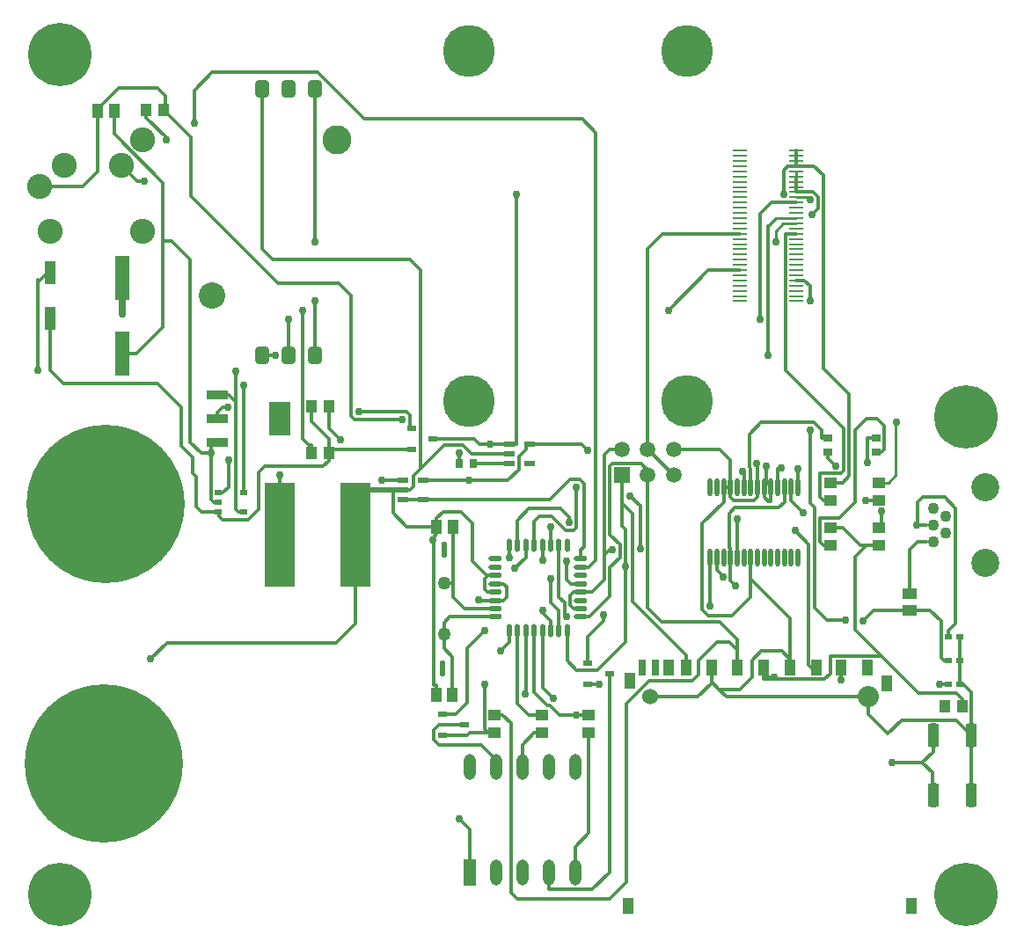
<source format=gtl>
%FSLAX24Y24*%
%MOIN*%
G70*
G01*
G75*
G04 Layer_Physical_Order=1*
G04 Layer_Color=255*
%ADD10R,0.0551X0.1673*%
%ADD11O,0.0551X0.0098*%
%ADD12R,0.0551X0.0098*%
G04:AMPARAMS|DCode=13|XSize=66.9mil|YSize=51.2mil|CornerRadius=12.8mil|HoleSize=0mil|Usage=FLASHONLY|Rotation=90.000|XOffset=0mil|YOffset=0mil|HoleType=Round|Shape=RoundedRectangle|*
%AMROUNDEDRECTD13*
21,1,0.0669,0.0256,0,0,90.0*
21,1,0.0413,0.0512,0,0,90.0*
1,1,0.0256,0.0128,0.0207*
1,1,0.0256,0.0128,-0.0207*
1,1,0.0256,-0.0128,-0.0207*
1,1,0.0256,-0.0128,0.0207*
%
%ADD13ROUNDEDRECTD13*%
%ADD14R,0.0394X0.0492*%
%ADD15R,0.0394X0.0591*%
%ADD16R,0.0276X0.0591*%
%ADD17R,0.0492X0.0394*%
%ADD18R,0.1181X0.3937*%
%ADD19R,0.0335X0.0315*%
%ADD20R,0.0374X0.0236*%
G04:AMPARAMS|DCode=21|XSize=90.6mil|YSize=43.3mil|CornerRadius=10.8mil|HoleSize=0mil|Usage=FLASHONLY|Rotation=270.000|XOffset=0mil|YOffset=0mil|HoleType=Round|Shape=RoundedRectangle|*
%AMROUNDEDRECTD21*
21,1,0.0906,0.0217,0,0,270.0*
21,1,0.0689,0.0433,0,0,270.0*
1,1,0.0217,-0.0108,-0.0344*
1,1,0.0217,-0.0108,0.0344*
1,1,0.0217,0.0108,0.0344*
1,1,0.0217,0.0108,-0.0344*
%
%ADD21ROUNDEDRECTD21*%
%ADD22R,0.0413X0.0551*%
%ADD23R,0.0276X0.0197*%
%ADD24O,0.0512X0.0217*%
%ADD25O,0.0217X0.0512*%
%ADD26R,0.0433X0.0866*%
%ADD27R,0.0315X0.0335*%
%ADD28R,0.0787X0.0354*%
%ADD29R,0.0787X0.1299*%
%ADD30O,0.0177X0.0709*%
%ADD31R,0.0551X0.0413*%
G04:AMPARAMS|DCode=32|XSize=60mil|YSize=20mil|CornerRadius=5mil|HoleSize=0mil|Usage=FLASHONLY|Rotation=270.000|XOffset=0mil|YOffset=0mil|HoleType=Round|Shape=RoundedRectangle|*
%AMROUNDEDRECTD32*
21,1,0.0600,0.0100,0,0,270.0*
21,1,0.0500,0.0200,0,0,270.0*
1,1,0.0100,-0.0050,-0.0250*
1,1,0.0100,-0.0050,0.0250*
1,1,0.0100,0.0050,0.0250*
1,1,0.0100,0.0050,-0.0250*
%
%ADD32ROUNDEDRECTD32*%
%ADD33R,0.0433X0.0217*%
%ADD34R,0.0295X0.0217*%
%ADD35C,0.0140*%
%ADD36C,0.0200*%
%ADD37C,0.0100*%
%ADD38C,0.0250*%
G04:AMPARAMS|DCode=39|XSize=600mil|YSize=600mil|CornerRadius=300mil|HoleSize=0mil|Usage=FLASHONLY|Rotation=0.000|XOffset=0mil|YOffset=0mil|HoleType=Round|Shape=RoundedRectangle|*
%AMROUNDEDRECTD39*
21,1,0.6000,0.0000,0,0,0.0*
21,1,0.0000,0.6000,0,0,0.0*
1,1,0.6000,0.0000,0.0000*
1,1,0.6000,0.0000,0.0000*
1,1,0.6000,0.0000,0.0000*
1,1,0.6000,0.0000,0.0000*
%
%ADD39ROUNDEDRECTD39*%
%ADD40C,0.1969*%
%ADD41C,0.1100*%
%ADD42C,0.1000*%
%ADD43C,0.0950*%
%ADD44C,0.0600*%
%ADD45C,0.0800*%
%ADD46C,0.0591*%
%ADD47R,0.0591X0.0591*%
%ADD48R,0.0472X0.0984*%
%ADD49O,0.0472X0.0984*%
G04:AMPARAMS|DCode=50|XSize=106.3mil|YSize=106.3mil|CornerRadius=53.2mil|HoleSize=0mil|Usage=FLASHONLY|Rotation=180.000|XOffset=0mil|YOffset=0mil|HoleType=Round|Shape=RoundedRectangle|*
%AMROUNDEDRECTD50*
21,1,0.1063,0.0000,0,0,180.0*
21,1,0.0000,0.1063,0,0,180.0*
1,1,0.1063,0.0000,0.0000*
1,1,0.1063,0.0000,0.0000*
1,1,0.1063,0.0000,0.0000*
1,1,0.1063,0.0000,0.0000*
%
%ADD50ROUNDEDRECTD50*%
G04:AMPARAMS|DCode=51|XSize=43.3mil|YSize=43.3mil|CornerRadius=21.7mil|HoleSize=0mil|Usage=FLASHONLY|Rotation=180.000|XOffset=0mil|YOffset=0mil|HoleType=Round|Shape=RoundedRectangle|*
%AMROUNDEDRECTD51*
21,1,0.0433,0.0000,0,0,180.0*
21,1,0.0000,0.0433,0,0,180.0*
1,1,0.0433,0.0000,0.0000*
1,1,0.0433,0.0000,0.0000*
1,1,0.0433,0.0000,0.0000*
1,1,0.0433,0.0000,0.0000*
%
%ADD51ROUNDEDRECTD51*%
%ADD52C,0.0500*%
%ADD53C,0.2400*%
%ADD54C,0.0300*%
D10*
X24180Y34490D02*
D03*
Y31636D02*
D03*
D11*
X47573Y39324D02*
D03*
Y39127D02*
D03*
Y38931D02*
D03*
Y38734D02*
D03*
Y38537D02*
D03*
Y38340D02*
D03*
Y38143D02*
D03*
Y37946D02*
D03*
Y37750D02*
D03*
Y37553D02*
D03*
Y37356D02*
D03*
Y37159D02*
D03*
Y36962D02*
D03*
Y36765D02*
D03*
Y36568D02*
D03*
Y36372D02*
D03*
Y36175D02*
D03*
Y35978D02*
D03*
Y35781D02*
D03*
Y35584D02*
D03*
Y35387D02*
D03*
Y35190D02*
D03*
Y34994D02*
D03*
Y34797D02*
D03*
Y34600D02*
D03*
Y34403D02*
D03*
Y34206D02*
D03*
Y34009D02*
D03*
Y33813D02*
D03*
Y33616D02*
D03*
X49738Y39324D02*
D03*
Y39127D02*
D03*
Y38931D02*
D03*
Y38734D02*
D03*
Y38537D02*
D03*
Y38340D02*
D03*
Y38143D02*
D03*
Y37946D02*
D03*
Y37750D02*
D03*
Y37553D02*
D03*
Y37356D02*
D03*
Y37159D02*
D03*
Y36962D02*
D03*
Y36765D02*
D03*
Y36568D02*
D03*
Y36372D02*
D03*
Y36175D02*
D03*
Y35978D02*
D03*
Y35781D02*
D03*
Y35584D02*
D03*
Y35387D02*
D03*
Y35190D02*
D03*
Y34994D02*
D03*
Y34797D02*
D03*
Y34600D02*
D03*
Y34403D02*
D03*
Y34206D02*
D03*
Y34009D02*
D03*
Y33813D02*
D03*
D12*
Y33616D02*
D03*
D13*
X29483Y41675D02*
D03*
X30483D02*
D03*
X31483D02*
D03*
X29483Y31557D02*
D03*
X30483D02*
D03*
X31483D02*
D03*
D14*
X32019Y27870D02*
D03*
X31350D02*
D03*
X25770Y40850D02*
D03*
X25101D02*
D03*
X56030Y18260D02*
D03*
X55361D02*
D03*
X32020Y29620D02*
D03*
X31351D02*
D03*
D15*
X54100Y10710D02*
D03*
X53155Y19135D02*
D03*
X49503Y19730D02*
D03*
X47486Y19726D02*
D03*
X44887D02*
D03*
X45557D02*
D03*
X46511D02*
D03*
X48503Y19730D02*
D03*
X50503D02*
D03*
X51423Y19726D02*
D03*
X52417D02*
D03*
X43411Y19234D02*
D03*
X43352Y10710D02*
D03*
D16*
X44376Y19726D02*
D03*
X43903D02*
D03*
D17*
X41865Y17935D02*
D03*
Y17265D02*
D03*
X40075Y17935D02*
D03*
Y17265D02*
D03*
X38305Y17935D02*
D03*
Y17265D02*
D03*
X52840Y24370D02*
D03*
Y25039D02*
D03*
X51010D02*
D03*
Y24370D02*
D03*
X52840Y26075D02*
D03*
Y26745D02*
D03*
X51010Y26075D02*
D03*
Y26745D02*
D03*
D18*
X33026Y24769D02*
D03*
X30172D02*
D03*
D19*
X52761Y28433D02*
D03*
Y27882D02*
D03*
X50931Y28433D02*
D03*
Y27882D02*
D03*
D20*
X35970Y28410D02*
D03*
X35163Y28012D02*
D03*
Y28808D02*
D03*
X37140Y17560D02*
D03*
X36333Y17162D02*
D03*
Y17958D02*
D03*
X42640Y19510D02*
D03*
X41833Y19112D02*
D03*
Y19908D02*
D03*
D21*
X54910Y14906D02*
D03*
Y17150D02*
D03*
X56367Y14906D02*
D03*
Y17150D02*
D03*
D22*
X36085Y18710D02*
D03*
X36695D02*
D03*
X23880Y40830D02*
D03*
X23270D02*
D03*
X36105Y25080D02*
D03*
X36715D02*
D03*
D23*
X55493Y19990D02*
D03*
X55927D02*
D03*
X55493Y20900D02*
D03*
X55927D02*
D03*
X55493Y19100D02*
D03*
X55927D02*
D03*
D24*
X38336Y23852D02*
D03*
Y23537D02*
D03*
Y23222D02*
D03*
Y22907D02*
D03*
Y22593D02*
D03*
Y22278D02*
D03*
Y21963D02*
D03*
Y21648D02*
D03*
X41564D02*
D03*
Y21963D02*
D03*
Y22278D02*
D03*
Y22593D02*
D03*
Y22907D02*
D03*
Y23222D02*
D03*
Y23537D02*
D03*
Y23852D02*
D03*
D25*
X38848Y21136D02*
D03*
X39163D02*
D03*
X39478D02*
D03*
X39793D02*
D03*
X40107D02*
D03*
X40422D02*
D03*
X40737D02*
D03*
X41052D02*
D03*
Y24364D02*
D03*
X40737D02*
D03*
X40422D02*
D03*
X40107D02*
D03*
X39793D02*
D03*
X39478D02*
D03*
X39163D02*
D03*
X38848D02*
D03*
D26*
X21440Y34682D02*
D03*
Y32950D02*
D03*
D27*
X36950Y27480D02*
D03*
X37501D02*
D03*
D28*
X27789Y30066D02*
D03*
Y29160D02*
D03*
Y28254D02*
D03*
D29*
X30151Y29160D02*
D03*
D30*
X49790Y26580D02*
D03*
X49534D02*
D03*
X49278D02*
D03*
X49022D02*
D03*
X48766D02*
D03*
X48510D02*
D03*
X48255D02*
D03*
X47999D02*
D03*
X47743D02*
D03*
X47487D02*
D03*
X47231D02*
D03*
X46975D02*
D03*
X46719D02*
D03*
X46463D02*
D03*
X49790Y23903D02*
D03*
X49534D02*
D03*
X49278D02*
D03*
X49022D02*
D03*
X48766D02*
D03*
X48510D02*
D03*
X48255D02*
D03*
X47999D02*
D03*
X47743D02*
D03*
X47487D02*
D03*
X47231D02*
D03*
X46975D02*
D03*
X46719D02*
D03*
X46463D02*
D03*
D31*
X54030Y22520D02*
D03*
Y21910D02*
D03*
D32*
X36330Y19709D02*
D03*
X36380Y24209D02*
D03*
D33*
X34806Y26834D02*
D03*
Y26460D02*
D03*
Y26086D02*
D03*
X35594D02*
D03*
Y26834D02*
D03*
X38846Y28204D02*
D03*
Y27830D02*
D03*
Y27456D02*
D03*
X39634D02*
D03*
Y28204D02*
D03*
D34*
X28792Y26364D02*
D03*
Y25616D02*
D03*
X27828D02*
D03*
Y25990D02*
D03*
Y26364D02*
D03*
D35*
X43290Y18370D02*
X44160Y19240D01*
X45800D01*
X43290Y11600D02*
Y18370D01*
X27540Y27850D02*
Y28254D01*
Y27850D02*
X27550D01*
X35990Y19060D02*
Y24580D01*
X47088Y18623D02*
X52466D01*
X49503Y19730D02*
Y20047D01*
X50300Y19730D02*
X50503D01*
X45557Y19726D02*
Y20200D01*
X47486Y19726D02*
Y20414D01*
X36435Y17162D02*
Y17172D01*
X39487Y27994D02*
Y28204D01*
X48503Y19290D02*
X50800D01*
X47231Y23040D02*
Y23903D01*
Y23040D02*
X47431Y22840D01*
X47231Y23903D02*
Y24280D01*
X47190D02*
Y25580D01*
X47400Y25790D01*
X49068D01*
X49278Y26000D01*
Y26580D01*
X37501Y27480D02*
X38160D01*
X38184Y27456D01*
X38846D01*
X36950Y27480D02*
Y27860D01*
X40340Y11320D02*
Y11960D01*
Y11320D02*
X42000D01*
X42640Y11960D01*
Y19510D01*
X52240Y21490D02*
X52660Y21910D01*
X54030D01*
X54800D01*
X55210Y21500D01*
Y20100D02*
Y21500D01*
Y20100D02*
X55320Y19990D01*
X55493D01*
X48510Y26200D02*
Y26580D01*
Y26200D02*
X48665Y26046D01*
X48766D01*
Y26580D01*
X28234Y30066D02*
X28500Y29800D01*
X27789Y30066D02*
X28234D01*
X28500Y25716D02*
X28600Y25616D01*
X27194D02*
X27828D01*
X32019Y27870D02*
Y28012D01*
Y27579D02*
Y27870D01*
X31800Y27360D02*
X32019Y27579D01*
X29600Y27360D02*
X31800D01*
X27870Y25460D02*
X28000Y25330D01*
X27828Y25616D02*
X27870D01*
X34806Y26086D02*
X35594D01*
X49738Y38931D02*
Y39127D01*
X35970Y28410D02*
X37506D01*
X37712Y28204D01*
X38846D02*
X39110D01*
X42664Y28004D02*
X43112D01*
X42460Y27800D02*
X42664Y28004D01*
X41300Y22593D02*
X41564D01*
X41160Y22453D02*
X41300Y22593D01*
X41160Y22100D02*
Y22453D01*
Y22100D02*
X41297Y21963D01*
X41564D01*
X41586Y28204D02*
X41830Y27960D01*
X39634Y28204D02*
X41586D01*
X48503Y19350D02*
X48880D01*
X38336Y22278D02*
X38618D01*
X38740Y22400D01*
Y22800D01*
X38633Y22907D02*
X38740Y22800D01*
X38336Y22907D02*
X38633D01*
X39487Y28204D02*
X39634D01*
X39210Y27717D02*
X39487Y27994D01*
X39210Y27244D02*
Y27717D01*
X38800Y26834D02*
X39210Y27244D01*
X35594Y26834D02*
X37325D01*
X42660Y24200D02*
X42760D01*
X42460Y24000D02*
X42660Y24200D01*
X42460Y23053D02*
Y24000D01*
X42000Y22593D02*
X42460Y23053D01*
X41564Y22593D02*
X42000D01*
X36333Y17162D02*
X36435D01*
Y17172D02*
X37270D01*
X37363Y17265D01*
X37910Y17400D02*
X38045Y17265D01*
X37910Y17400D02*
Y19090D01*
X43420Y26240D02*
X43810Y25850D01*
Y24229D02*
Y25850D01*
X51423Y19250D02*
Y19726D01*
X31483Y31557D02*
Y33630D01*
X50240D02*
Y34200D01*
X50037Y34403D02*
X50240Y34200D01*
X49738Y34403D02*
X50037D01*
X30483Y31557D02*
Y32920D01*
X48360D02*
Y36916D01*
X48800Y37356D01*
X49738D01*
X29483Y31557D02*
Y31560D01*
X40107Y18973D02*
X40520Y18560D01*
X40107Y18973D02*
Y21136D01*
X41400Y17940D02*
X41405Y17935D01*
X41865D01*
X39478Y18758D02*
Y21136D01*
X39460Y18740D02*
X39478Y18758D01*
X39163Y18372D02*
Y21136D01*
Y18372D02*
X39600Y17935D01*
X40075D01*
X38520Y20360D02*
X38848Y20688D01*
Y21136D01*
X46463Y22050D02*
Y23903D01*
X44096Y28004D02*
X45080Y27020D01*
X44096Y28004D02*
Y28004D01*
Y35600D01*
X44670Y36175D01*
X47573D01*
X52840Y25039D02*
X52950D01*
X50931Y27679D02*
X51230Y27380D01*
X50931Y27679D02*
Y27882D01*
X39340Y15960D02*
Y16800D01*
X39805Y17265D01*
X40075D01*
X36380Y20999D02*
Y21428D01*
X36600Y21648D01*
X38336D01*
X36380Y22920D02*
X36715D01*
X37153Y21963D02*
X38336D01*
X36715Y22400D02*
X37153Y21963D01*
X54333Y24503D02*
X54672D01*
X54030Y24200D02*
X54333Y24503D01*
X54030Y22520D02*
Y24200D01*
X34440Y25600D02*
Y26460D01*
Y25600D02*
X34960Y25080D01*
X36105D01*
X33026Y24769D02*
Y26460D01*
X26770Y28280D02*
X27200Y27850D01*
X27650Y25990D02*
X27828D01*
X27540Y26100D02*
X27650Y25990D01*
X26770Y28280D02*
Y35200D01*
X37470Y23752D02*
X38000Y23222D01*
X37470Y23752D02*
Y25200D01*
X37030Y25640D02*
X37470Y25200D01*
X36345Y25640D02*
X37030D01*
X36105Y25400D02*
X36345Y25640D01*
X36105Y25080D02*
Y25400D01*
X41200Y22907D02*
X41564D01*
X41030Y23077D02*
X41200Y22907D01*
X41030Y23077D02*
Y23750D01*
X38037Y22593D02*
X38336D01*
X37930Y22700D02*
X38037Y22593D01*
X37930Y22700D02*
Y23100D01*
X38052Y23222D01*
X48255Y26200D02*
Y26580D01*
X48135Y26080D02*
X48255Y26200D01*
X47351Y26080D02*
X48135D01*
X47231Y26200D02*
X47351Y26080D01*
X47231Y26200D02*
Y26580D01*
X46975D02*
X47231D01*
X45080Y28004D02*
X46827D01*
X49200Y20350D02*
X49503Y20047D01*
X48400Y20350D02*
X49200D01*
X48050Y20000D02*
X48400Y20350D01*
X48050Y19360D02*
Y20000D01*
X47600Y18910D02*
X48050Y19360D01*
X46511Y19199D02*
X46800Y18910D01*
X46511Y19200D02*
Y19726D01*
X44198Y18623D02*
X46000D01*
X46511Y19135D01*
X55927Y19100D02*
Y19990D01*
Y19100D02*
X56070D01*
X56370Y18800D01*
X55927Y19990D02*
Y20900D01*
X49738Y37946D02*
Y38143D01*
Y37750D02*
Y37946D01*
X40422Y24364D02*
Y25080D01*
X42410Y21490D02*
Y21730D01*
X41830Y20910D02*
X42410Y21490D01*
X41830Y19908D02*
X41833D01*
X36333Y17958D02*
X36808D01*
X37250Y18400D01*
X55144Y19100D02*
X55493D01*
X54310Y26000D02*
X54510Y26200D01*
X54310Y25133D02*
X54672D01*
X33150Y29420D02*
X34960D01*
X35080Y29300D01*
Y28808D02*
X35163D01*
X27999Y29610D02*
X28190D01*
X27789Y29400D02*
X27999Y29610D01*
X27789Y29160D02*
Y29400D01*
X28790Y26364D02*
X28792D01*
X31350Y27870D02*
Y28160D01*
X31010Y28400D02*
X31250Y28160D01*
X31010Y28400D02*
Y33270D01*
X44873D02*
X46400Y34797D01*
X47573D01*
X27828Y26364D02*
X28000D01*
X28210Y26574D01*
Y27610D01*
X32020Y28800D02*
Y29620D01*
Y28800D02*
X32440Y28380D01*
X36000Y16990D02*
X36200Y16790D01*
X36000Y16990D02*
Y17360D01*
X36200Y17560D01*
X37140D01*
X50240Y25980D02*
Y28740D01*
Y25980D02*
X50410Y25810D01*
Y22000D02*
Y25810D01*
Y22000D02*
X50880Y21530D01*
X51600D01*
X28600Y25616D02*
X28792D01*
X31351Y29079D02*
X32019Y28410D01*
X31351Y29079D02*
Y29620D01*
X35594Y26086D02*
X40386D01*
X41160Y26860D01*
X41520D01*
X41680Y26700D01*
Y24306D02*
Y26700D01*
X41564Y24190D02*
X41680Y24306D01*
X41564Y23852D02*
Y24190D01*
X49240Y37661D02*
Y38574D01*
X49400Y38734D01*
X49738D01*
Y38931D01*
X51010Y26745D02*
X51475D01*
X51730Y27000D01*
Y30090D01*
X49738Y38734D02*
X50400D01*
X49738Y39127D02*
Y39324D01*
X51950Y23920D02*
X52400Y24370D01*
X51950Y21160D02*
Y23920D01*
X54350Y18760D02*
X55800D01*
X56030Y18260D02*
Y18530D01*
X41833Y19112D02*
X42240D01*
X50800Y19290D02*
X51020Y19510D01*
Y20170D01*
X52940D01*
X54350Y18760D01*
X55800D02*
X56030Y18530D01*
X51501Y25039D02*
X52170Y24370D01*
X51010Y25039D02*
X51501D01*
X47487Y23903D02*
Y25360D01*
X40422Y21136D02*
Y21508D01*
X40130Y21800D02*
X40422Y21508D01*
X40130Y21800D02*
Y21890D01*
X40950Y21760D02*
X41030Y21680D01*
X40950Y21760D02*
Y22187D01*
X40737Y22400D02*
X40950Y22187D01*
X40737Y22400D02*
Y24364D01*
X40740Y17940D02*
X41400D01*
X40390Y18290D02*
X40740Y17940D01*
X40303Y18290D02*
X40390D01*
X39793Y18800D02*
X40303Y18290D01*
X39793Y18800D02*
Y21136D01*
X38305Y17935D02*
X38600D01*
X38920Y17615D01*
Y11200D02*
Y17615D01*
Y11200D02*
X39150Y10970D01*
X42660D01*
X43290Y11600D01*
X45800Y19240D02*
X46030Y19470D01*
Y20000D01*
X46730Y20700D01*
X47200D01*
X47486Y20414D01*
X42670Y24771D02*
X43050Y24391D01*
Y23910D02*
Y24391D01*
X42670Y23530D02*
X43050Y23910D01*
X42670Y22418D02*
Y23530D01*
X41900Y21648D02*
X42670Y22418D01*
X41564Y21648D02*
X41900D01*
X44096Y27020D02*
X44100Y24690D01*
Y22000D02*
Y24690D01*
Y22000D02*
X44632Y21468D01*
X46818D01*
X47486Y20800D01*
X39793Y24364D02*
Y25253D01*
X40000Y25460D01*
X40460D01*
X40980Y24940D01*
X41300D01*
X41400Y25040D01*
Y26560D01*
X41390Y26570D02*
X41400Y26560D01*
X49320Y36175D02*
X49738D01*
X49320Y31000D02*
X51520Y28800D01*
Y27200D02*
Y28800D01*
X51410Y27090D02*
X51520Y27200D01*
X50620Y27090D02*
X51410D01*
X50620Y26200D02*
Y27090D01*
Y26200D02*
X50745Y26075D01*
X51010D01*
X39060Y23490D02*
X39478Y23908D01*
Y24364D01*
X41110Y25230D02*
Y25438D01*
X40800Y25748D02*
X41110Y25438D01*
X39600Y25748D02*
X40800D01*
X39163Y25311D02*
X39600Y25748D01*
X39163Y24364D02*
Y25311D01*
X34010Y26834D02*
X34806D01*
X50697Y28433D02*
X50931D01*
X50400Y29030D02*
X50697Y28733D01*
X48400Y29030D02*
X50400D01*
X50750Y24370D02*
X51010D01*
X50620Y24500D02*
X50750Y24370D01*
X50620Y24500D02*
Y25400D01*
X51340D01*
X51940Y26000D01*
Y28720D01*
X52400Y29180D01*
X52800D01*
X53070Y28910D01*
Y28000D02*
Y28910D01*
X52952Y27882D02*
X53070Y28000D01*
X52761Y27882D02*
X52952D01*
X52430Y28433D02*
X52761D01*
X52430Y27490D02*
Y28433D01*
X36940Y14010D02*
X37340Y13610D01*
Y11960D02*
Y13610D01*
X36695Y18710D02*
Y20145D01*
X36380Y20460D02*
X36695Y20145D01*
X36380Y20460D02*
Y20999D01*
X46719Y23421D02*
Y23903D01*
Y23421D02*
X46940Y23200D01*
Y23170D02*
Y23200D01*
X33000Y29130D02*
X34790D01*
X32860Y29270D02*
X33000Y29130D01*
X32860Y29270D02*
Y33840D01*
X32400Y34300D02*
X32860Y33840D01*
X30080Y34300D02*
X32400D01*
X26790Y37590D02*
X30080Y34300D01*
X40737Y21136D02*
Y21883D01*
X40420Y22200D02*
X40737Y21883D01*
X40420Y22200D02*
Y23100D01*
X49680Y24920D02*
X50200Y24400D01*
Y19830D02*
Y24400D01*
Y19830D02*
X50300Y19730D01*
X50503D02*
Y19730D01*
X43112Y25956D02*
X43516Y25551D01*
Y22241D02*
Y25551D01*
Y22241D02*
X45557Y20200D01*
X41052Y19988D02*
Y21136D01*
Y19988D02*
X41400Y19640D01*
X42200D01*
X43260Y20700D01*
X43112Y25100D02*
X43260Y24952D01*
Y23560D02*
Y24952D01*
X52370Y26075D02*
Y26080D01*
X38848Y23892D02*
X38850Y23890D01*
X38848Y23892D02*
Y24364D01*
X29483Y35600D02*
Y41675D01*
Y35600D02*
X29883Y35200D01*
X35090D01*
X35490Y34800D01*
X35230Y26590D02*
Y27000D01*
X35100Y26460D02*
X35230Y26590D01*
X25270Y20050D02*
X25896Y20676D01*
X37430Y27830D02*
X38846D01*
X37100Y28160D02*
X37430Y27830D01*
X36390Y28160D02*
X37100D01*
X34806Y26460D02*
X35100D01*
X35990Y24680D02*
X36105Y24795D01*
X35990Y19060D02*
X36085D01*
Y18710D02*
Y19060D01*
X36105Y24795D02*
Y25080D01*
X52466Y17954D02*
Y18623D01*
Y17954D02*
X53200Y17220D01*
X47999Y23104D02*
Y23903D01*
Y23104D02*
X49503Y21600D01*
X47289Y21690D02*
X47999Y22400D01*
X46400Y21690D02*
X47289D01*
X46170Y21920D02*
X46400Y21690D01*
X46170Y21920D02*
Y25195D01*
X46975Y26000D01*
Y26580D01*
X40107Y23813D02*
Y24364D01*
Y23813D02*
X40110Y23810D01*
X49534Y26076D02*
Y26580D01*
Y26076D02*
X50000Y25610D01*
X49790Y26580D02*
Y27270D01*
X41564Y23537D02*
X41863D01*
X42126Y23800D01*
Y40000D01*
X41606Y40520D02*
X42126Y40000D01*
X33370Y40520D02*
X41606D01*
X31600Y42290D02*
X33370Y40520D01*
X27600Y42290D02*
X31600D01*
X26920Y41610D02*
X27600Y42290D01*
X30172Y24769D02*
Y27030D01*
X28500Y29800D02*
Y30970D01*
Y25716D02*
Y29800D01*
X32019Y28012D02*
Y28410D01*
X37712Y28204D02*
X38130D01*
X38846D01*
X37363Y17265D02*
X38045D01*
X38305D01*
X37325Y26834D02*
X38800D01*
X48503Y19290D02*
Y19350D01*
Y19730D01*
X51950Y21160D02*
X52940Y20170D01*
X42460Y24000D02*
Y27800D01*
X52170Y24370D02*
X52400D01*
X52840D01*
X47486Y20414D02*
Y20800D01*
X36715Y22400D02*
Y22920D01*
Y25080D01*
X43112Y25100D02*
Y25956D01*
X43260Y20700D02*
Y23560D01*
X43112Y25956D02*
Y27020D01*
X38000Y23222D02*
X38052D01*
X38336D01*
X27200Y27850D02*
X27540D01*
Y28254D02*
X27789D01*
X46801Y18910D02*
X47088Y18623D01*
X46511Y19135D02*
Y19199D01*
X46800Y18910D02*
X46801D01*
X47600D01*
X47999Y22400D02*
Y23104D01*
X49503Y20047D02*
Y21600D01*
X50370Y37750D02*
X50540Y37580D01*
X49738Y37750D02*
X49739Y37750D01*
X50370D01*
X50540Y37120D02*
Y37580D01*
X50330Y36910D02*
X50540Y37120D01*
X50400Y38734D02*
X50750Y38384D01*
X49738Y38143D02*
Y38270D01*
X50750Y31070D02*
Y38384D01*
Y31070D02*
X51730Y30090D01*
X48650Y31560D02*
Y36460D01*
X37250Y20460D02*
X37910Y21120D01*
X37250Y18400D02*
Y20460D01*
X37690Y22300D02*
X37712Y22278D01*
X38336D01*
X39460Y18730D02*
Y18740D01*
X25896Y20676D02*
X32292D01*
X33026Y21410D01*
X29370Y25740D02*
Y27130D01*
X28000Y25330D02*
X28960D01*
X29370Y25740D01*
Y27130D02*
X29600Y27360D01*
X24180Y31636D02*
X24736D01*
X25720Y32620D01*
X38340Y15960D02*
Y16240D01*
X37790Y16790D02*
X38340Y16240D01*
X36200Y16790D02*
X37790D01*
X41340Y12930D02*
X41865Y13455D01*
Y17265D01*
X41340Y11960D02*
Y12930D01*
X43850Y27460D02*
X44096Y27214D01*
Y27020D02*
Y27214D01*
X42670Y24771D02*
Y27367D01*
X42758Y27455D01*
X42895D01*
X42900Y27460D01*
X43850D01*
X26980Y25830D02*
X27194Y25616D01*
X26980Y25830D02*
Y26950D01*
X26410Y28120D02*
Y29600D01*
Y28120D02*
X26840Y27690D01*
Y27090D02*
Y27690D01*
Y27090D02*
X26980Y26950D01*
X39110Y28204D02*
Y37661D01*
X29483Y31560D02*
X29980D01*
X25510Y30500D02*
X26410Y29600D01*
X21960Y30500D02*
X25510D01*
X54882Y15330D02*
Y15748D01*
X54498Y16132D02*
X54882Y15748D01*
X53340Y16132D02*
X54498D01*
X54910Y16544D02*
Y17150D01*
X54498Y16132D02*
X54910Y16544D01*
X53200Y17220D02*
X53723Y17743D01*
X55774D01*
X56367Y17150D01*
Y14906D02*
Y17150D01*
X56370Y17153D02*
Y18800D01*
X56367Y17150D02*
X56370Y17153D01*
X28790Y26364D02*
Y30440D01*
X41830Y19908D02*
Y20910D01*
X35080Y28808D02*
Y29300D01*
X50697Y28433D02*
Y28733D01*
X52950Y25039D02*
Y25650D01*
X52370Y26075D02*
X52840D01*
X47190Y24280D02*
X47231D01*
X31250Y28160D02*
X31350D01*
X21460Y31000D02*
X21960Y30500D01*
X27870Y25460D02*
Y25616D01*
X21460Y31000D02*
Y32958D01*
X32019Y28012D02*
X35163D01*
X26070Y35900D02*
X26770Y35200D01*
X25720Y32620D02*
Y35900D01*
X21060Y37970D02*
X22700D01*
X24060Y41690D02*
X25520D01*
X25810Y41400D01*
Y40890D02*
Y41400D01*
X25770Y40850D02*
X25810Y40890D01*
X23270Y40830D02*
Y40900D01*
X25720Y35900D02*
Y38110D01*
X23880Y39949D02*
X25720Y38110D01*
Y35900D02*
X26070D01*
X23270Y40900D02*
X24060Y41690D01*
X23880Y39949D02*
Y40830D01*
X24170Y38757D02*
X24768Y38160D01*
X25020D01*
X25840Y39720D02*
Y39830D01*
X25101Y40569D02*
X25840Y39830D01*
X25101Y40569D02*
Y40850D01*
X26790Y37590D02*
Y39830D01*
X25770Y40850D02*
X26790Y39830D01*
X26910Y40360D02*
X26920D01*
Y41610D01*
X22700Y37970D02*
X23270Y38540D01*
Y40830D01*
X54510Y26200D02*
X55350D01*
X55770Y25780D01*
Y21400D02*
Y25780D01*
X55493Y21123D02*
X55770Y21400D01*
X55493Y20900D02*
Y21123D01*
X54310Y25133D02*
Y26000D01*
X49020Y27250D02*
X49022Y26580D01*
X46827Y28004D02*
X47231Y27600D01*
Y26580D02*
Y27600D01*
X47743Y26580D02*
Y27107D01*
X47700Y27150D02*
X47743Y27107D01*
X48230Y27450D02*
X48255Y27425D01*
Y26580D02*
Y27425D01*
X48600Y26670D02*
Y27370D01*
X48510Y26580D02*
X48600Y26670D01*
X47940Y27320D02*
Y28570D01*
X47999Y26580D02*
Y27261D01*
X47940Y27320D02*
X47999Y27261D01*
X47940Y28570D02*
X48400Y29030D01*
X21000Y31000D02*
Y34430D01*
X21040Y34390D01*
X27540Y26100D02*
Y27850D01*
X46511Y19199D02*
Y19200D01*
X46801Y18910D01*
X49320Y31000D02*
Y36175D01*
X31483Y35870D02*
Y41675D01*
X35230Y27000D02*
X35490Y27260D01*
Y34800D01*
Y27260D02*
X36390Y28160D01*
X21040Y34390D02*
X21395Y34745D01*
X33026Y21410D02*
Y24769D01*
D36*
Y26460D02*
X34440D01*
X34806D01*
D37*
X49738Y37553D02*
X50157D01*
X50250Y37460D01*
X53500Y29010D02*
X53510Y29020D01*
X53500Y27020D02*
Y29010D01*
X53225Y26745D02*
X53500Y27020D01*
X52840Y26745D02*
X53225D01*
X49738Y38270D02*
Y38340D01*
Y38537D01*
X48950Y36280D02*
X49238Y36568D01*
X49738D01*
X48955Y36765D02*
X49738D01*
X48650Y36460D02*
X48955Y36765D01*
X48950Y35870D02*
Y36280D01*
D38*
X24180Y33140D02*
Y34490D01*
D39*
X23480Y16110D02*
D03*
X23550Y25940D02*
D03*
D40*
X37317Y43104D02*
D03*
X45585D02*
D03*
X37317Y29836D02*
D03*
X45585D02*
D03*
D41*
X32310Y39730D02*
D03*
D42*
X27586Y33844D02*
D03*
D43*
X21060Y37970D02*
D03*
X22005Y38757D02*
D03*
X24170D02*
D03*
X21454Y36277D02*
D03*
X24958D02*
D03*
Y39742D02*
D03*
D44*
X44198Y18623D02*
D03*
D45*
X52466D02*
D03*
D46*
X45080Y28004D02*
D03*
Y27020D02*
D03*
X44096Y28004D02*
D03*
Y27020D02*
D03*
X43112Y28004D02*
D03*
D47*
Y27020D02*
D03*
D48*
X37340Y11960D02*
D03*
D49*
X38340D02*
D03*
X39340D02*
D03*
X40340D02*
D03*
X41340D02*
D03*
X37340Y15960D02*
D03*
X38340D02*
D03*
X39340D02*
D03*
X40340D02*
D03*
X41340D02*
D03*
D50*
X56900Y26570D02*
D03*
Y23696D02*
D03*
D51*
X55384Y25448D02*
D03*
X54912Y25133D02*
D03*
X55384Y24818D02*
D03*
X54912Y25763D02*
D03*
Y24503D02*
D03*
D52*
X36380Y22920D02*
D03*
Y20999D02*
D03*
D53*
X21810Y42971D02*
D03*
Y11121D02*
D03*
X56160D02*
D03*
Y29221D02*
D03*
D54*
X47431Y22840D02*
D03*
X36950Y27860D02*
D03*
X52240Y21490D02*
D03*
X28500Y30970D02*
D03*
X38130Y28204D02*
D03*
X39110Y37661D02*
D03*
X41830Y27960D02*
D03*
X48880Y19350D02*
D03*
X37325Y26834D02*
D03*
X42760Y24200D02*
D03*
X37910Y19090D02*
D03*
X43420Y26240D02*
D03*
X43810Y24229D02*
D03*
X51423Y19250D02*
D03*
X31483Y33630D02*
D03*
X50240D02*
D03*
X30483Y32920D02*
D03*
X48360D02*
D03*
X29980Y31560D02*
D03*
X48650D02*
D03*
X40520Y18560D02*
D03*
X41400Y17940D02*
D03*
X38520Y20360D02*
D03*
X46463Y22050D02*
D03*
X52950Y25650D02*
D03*
X51230Y27380D02*
D03*
X27550Y27880D02*
D03*
X41030Y23750D02*
D03*
X50330Y36910D02*
D03*
X40422Y25080D02*
D03*
X42410Y21730D02*
D03*
X55144Y19100D02*
D03*
X33150Y29420D02*
D03*
X28190Y29610D02*
D03*
X28790Y30440D02*
D03*
X31010Y33270D02*
D03*
X44873D02*
D03*
X28210Y27610D02*
D03*
X32440Y28380D02*
D03*
X50240Y28740D02*
D03*
X51600Y21530D02*
D03*
X49240Y37661D02*
D03*
X24180Y33140D02*
D03*
X42240Y19112D02*
D03*
X47487Y25360D02*
D03*
X40130Y21890D02*
D03*
X41030Y21680D02*
D03*
X41390Y26570D02*
D03*
X53340Y16132D02*
D03*
X39060Y23490D02*
D03*
X41110Y25230D02*
D03*
X34010Y26834D02*
D03*
X52430Y27490D02*
D03*
X36940Y14010D02*
D03*
X46940Y23170D02*
D03*
X34790Y29130D02*
D03*
X40420Y23100D02*
D03*
X49680Y24920D02*
D03*
X43260Y23560D02*
D03*
X52370Y26080D02*
D03*
X38850Y23890D02*
D03*
X25270Y20050D02*
D03*
X35960Y24580D02*
D03*
X40110Y23810D02*
D03*
X50000Y25610D02*
D03*
X49790Y27270D02*
D03*
X30172Y27030D02*
D03*
X21000Y31000D02*
D03*
X50250Y37460D02*
D03*
X53510Y29020D02*
D03*
X37910Y21120D02*
D03*
X37690Y22300D02*
D03*
X39460Y18730D02*
D03*
X25020Y38160D02*
D03*
X25840Y39720D02*
D03*
X26910Y40360D02*
D03*
X54300Y25133D02*
D03*
X49140Y27300D02*
D03*
X47700Y27150D02*
D03*
X48230Y27450D02*
D03*
X48600Y27370D02*
D03*
X48950Y35870D02*
D03*
X31483D02*
D03*
M02*

</source>
